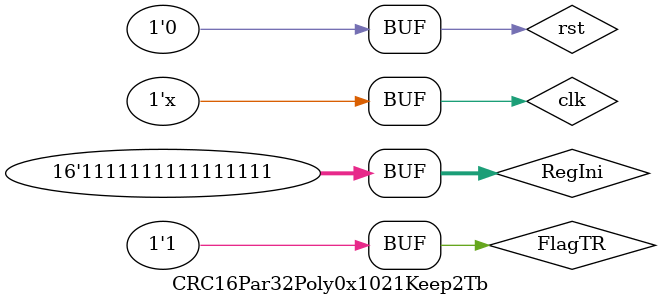
<source format=v>
`timescale 1ns / 1ps

module CRC16Par32Poly0x1021Keep2Tb();

parameter RESET_PERIOD 		= 200;
parameter CLKIN_PERIOD      = 2;	// Input Clock Period


reg clk;
reg rst;

reg			FlagTR;
reg [15:0]	RegIni;
// 时钟生成
initial begin
    clk = 1'b0;
    rst = 1'b1;
	FlagTR = 1'b1;
	RegIni = 16'hFFFF;
	#RESET_PERIOD
	rst = 1'b0;
end

always begin
	clk = #(CLKIN_PERIOD/2) ~clk;
end

	// input	wire			clk					,
	// input	wire			Rst					,
	// input	wire			FlagTR				,	// 1 为发送校验		0 为接收校验
	// input	wire			SyncIn				,	// 输入 211 时对应 211.5 Byte		输入 216 时对应 216.5 Byte
	// input	wire			DinNd				,
	// input	wire	[31:0]	Din					,
	// input	wire	[15:0]	RegIni				,
	// // 接收校验
	// output	reg				CheckSync	= 1'd0	,	// 此信号拉高对 CheckCRC 进行01检测
	// output	reg				CheckCRC	= 1'd0	,	// 接收CRC校验是否正确， 1 正确		0 不正确
	// // 发送校验
	// output	reg				SyncOut		= 1'd0	,	// 收发标志不同
	// output	reg				DoutNd		= 1'd0	,
	// output	reg		[31:0]	Dout		= 32'd0	,
	// output	wire	[15:0]	CRCout

reg		[31:0]		count		= 'd0	;
reg		[31:0]		DataLen		= 'd0	;
wire				SyncIn			;
reg					DinNd		= 'd0	;
reg		[31:0]		Din			= 'd0	;
// wire	[31:0]		DinPlusOne		;
wire	[31:0]		crcDin			;
reg		[03:0]		DinKeep			= 'd0	;
reg					DinLast			= 'd0	;


localparam cnt_FixLength = 5; // DinNd拉高的时钟周期数 250	250*（250+100）*6.4G = 4.57G
localparam cnt_GapLength = 5;  // DinNd拉低的时钟周期数 30	
localparam keep_LastclkByte = 15;// 8 c e f // 8 12 14 15 // Keep1 Keep2 Keep3 Keep4
localparam cnt_LastclkByte = 4 - $clog2(16-keep_LastclkByte);// 1 2 3 4  
localparam cnt_FixLengthByte = cnt_FixLength * 4 - 4 + cnt_LastclkByte;

wire			CheckSync	;	// 此信号拉高对 CheckCRC 进行01检测
wire			CheckCRC	;	// 接收CRC校验是否正确， 1 正确		0 不正确
wire			SyncOut		;	// 收发标志不同
wire			DoutNd		;
wire	[31:0]	Dout		;
wire	[03:0]	DoutKeep	;
wire			DoutLast	;
wire	[15:0]	CRCout		;

// assign DinPlusOne = Din + 'd1;
assign crcDin = (1 < count && count < cnt_FixLength + 'd1) ? Din : 
					(count == cnt_FixLength + 'd1) ? {Din[31-:cnt_LastclkByte*8], {((4-cnt_LastclkByte)*8){1'b0}}} : 'd0;
always @(posedge clk ) begin
	if( rst ) begin
		count           <= 'd0;
		DataLen         <= 'd0;
		Din     <= 'h12345678;
		DinKeep     <= 'd0;
		DinNd    <= 'd0;
		DinLast     <= 'd0;
	end else begin
		count           <= count == (cnt_FixLength + cnt_GapLength - 'd1) ? 'd0 : count + 1;
		DataLen         <= cnt_FixLengthByte;
		Din     <=	count == (cnt_FixLength + cnt_GapLength - 'd1) ? 'h12345678 : Din + 1;

		if(0 < count && count < (cnt_FixLength)) DinKeep <= 'hf;
		else if(count == cnt_FixLength) DinKeep <= keep_LastclkByte;
		else  DinKeep <= 'd0;

		DinNd    <=(0 < count && count <= cnt_FixLength)? 'b1 : 'b0;
		DinLast     <= count == cnt_FixLength ? 'b1 : 'b0;
	end
end
assign SyncIn = count == 'd1 ? 'b1 : 'b0;
// 实例化被测模块
generate
	if(cnt_LastclkByte == 1)begin : Tx_crcKeep1
		CRC16Par32Poly0x1021Keep1 Tx_crcKeep1 (
			.clk        (clk                            	),
			.Rst        (rst                            	),
			.FlagTR     (FlagTR                         	),
			.SyncIn     (SyncIn                         	),
			.DinNd      (DinNd                          	),
			.Din        (crcDin                         	),
			.DinKeep    (DinKeep                        	),
			.DinLast    (DinLast                        	),
			.RegIni     (RegIni                         	),
			.CheckSync  (CheckSync                      	),
			.CheckCRC   (CheckCRC                       	),
			.SyncOut    (SyncOut                        	),
			.DoutNd     (DoutNd                         	),
			.Dout       (Dout                           	),
			.DoutKeep   (DoutKeep                       	),
			.DoutLast   (DoutLast                       	),
			.CRCout     (CRCout                         	)
		);
	end
	else if(cnt_LastclkByte == 2)begin : Tx_crcKeep2
		CRC16Par32Poly0x1021Keep2 Tx_crcKeep2 (
			.clk        (clk                            	),
			.Rst        (rst                            	),
			.FlagTR     (FlagTR                         	),
			.SyncIn     (SyncIn                         	),
			.DinNd      (DinNd                          	),
			.Din        (crcDin                         	),
			.DinKeep    (DinKeep                        	),
			.DinLast    (DinLast                        	),
			.RegIni     (RegIni                         	),
			.CheckSync  (CheckSync                      	),
			.CheckCRC   (CheckCRC                       	),
			.SyncOut    (SyncOut                        	),
			.DoutNd     (DoutNd                         	),
			.Dout       (Dout                           	),
			.DoutKeep   (DoutKeep                       	),
			.DoutLast   (DoutLast                       	),
			.CRCout     (CRCout                         	)
		);
	end
	else if (cnt_LastclkByte == 3)begin : Tx_crcKeep3
		CRC16Par32Poly0x1021Keep3 Tx_crcKeep3 (
			.clk        (clk                            	),
			.Rst        (rst                            	),
			.FlagTR     (FlagTR                         	),
			.SyncIn     (SyncIn                         	),
			.DinNd      (DinNd                          	),
			.Din        (crcDin                         	),
			.DinKeep    (DinKeep                        	),
			.DinLast    (DinLast                        	),
			.RegIni     (RegIni                         	),
			.CheckSync  (CheckSync                      	),
			.CheckCRC   (CheckCRC                       	),
			.SyncOut    (SyncOut                        	),
			.DoutNd     (DoutNd                         	),
			.Dout       (Dout                           	),
			.DoutKeep   (DoutKeep                       	),
			.DoutLast   (DoutLast                       	),
			.CRCout     (CRCout                         	)
		);
	end
	else begin : Tx_crcKeep4
		CRC16Par32Poly0x1021Keep4 Tx_crcKeep4 (
			.clk        (clk                            	),
			.Rst        (rst                            	),
			.FlagTR     (FlagTR                         	),
			.SyncIn     (SyncIn                         	),
			.DinNd      (DinNd                          	),
			.Din        (crcDin                         	),
			.DinKeep    (DinKeep                        	),
			.DinLast    (DinLast                        	),
			.RegIni     (RegIni                         	),
			.CheckSync  (CheckSync                      	),
			.CheckCRC   (CheckCRC                       	),
			.SyncOut    (SyncOut                        	),
			.DoutNd     (DoutNd                         	),
			.Dout       (Dout                           	),
			.DoutKeep   (DoutKeep                       	),
			.DoutLast   (DoutLast                       	),
			.CRCout     (CRCout                         	)
		);
	end
endgenerate

wire				Rx_CheckSync	;                      		
wire				Rx_CheckCRC		;                      		
wire				Rx_SyncOut		;                      		
wire				Rx_DoutNd		;                      		
wire		[31:0]	Rx_Dout			;                      		
wire		[03:0]	Rx_DoutKeep		;                       		
wire				Rx_DoutLast		;                       		
wire		[15:0]	Rx_CRCout		;                       		

generate
	if(cnt_LastclkByte == 1)begin : Rx_crcKeep1
		CRC16Par32Poly0x1021Keep1 Rx_crcKeep1 (
			.clk        (clk                            		),
			.Rst        (rst                            		),
			.FlagTR     (!FlagTR                         		), // 接收为0
			.SyncIn     (SyncOut                        		),
			.DinNd      (DoutNd                         		),
			.Din        (Dout                           		),
			.DinKeep    (DoutKeep                       		), 
			.DinLast    (DoutLast                       		), 
			.RegIni     (RegIni                         		),
			.CheckSync  (Rx_CheckSync							),
			.CheckCRC   (Rx_CheckCRC							),
			.SyncOut    (Rx_SyncOut								),
			.DoutNd     (Rx_DoutNd								),
			.Dout       (Rx_Dout								),
			.DoutKeep   (Rx_DoutKeep							),
			.DoutLast   (Rx_DoutLast							),
			.CRCout     (Rx_CRCout								)
		);
	end
	else if(cnt_LastclkByte == 2)begin : Rx_crcKeep2
		CRC16Par32Poly0x1021Keep2 Rx_crcKeep2 (
			.clk        (clk                            		),
			.Rst        (rst                            		),
			.FlagTR     (!FlagTR                         		), // 接收为0
			.SyncIn     (SyncOut                        		),
			.DinNd      (DoutNd                         		),
			.Din        (Dout                           		),
			.DinKeep    (DoutKeep                       		), 
			.DinLast    (DoutLast                       		), 
			.RegIni     (RegIni                         		),
			.CheckSync  (Rx_CheckSync							),
			.CheckCRC   (Rx_CheckCRC							),
			.SyncOut    (Rx_SyncOut								),
			.DoutNd     (Rx_DoutNd								),
			.Dout       (Rx_Dout								),
			.DoutKeep   (Rx_DoutKeep							),
			.DoutLast   (Rx_DoutLast							),
			.CRCout     (Rx_CRCout								)
		);

	end
	else if (cnt_LastclkByte == 3)begin : Rx_crcKeep3
		CRC16Par32Poly0x1021Keep3 Rx_crcKeep3 (
			.clk        (clk                            		),
			.Rst        (rst                            		),
			.FlagTR     (!FlagTR                         		), // 接收为0
			.SyncIn     (SyncOut                        		),
			.DinNd      (DoutNd                         		),
			.Din        (Dout                           		),
			.DinKeep    (DoutKeep                       		), 
			.DinLast    (DoutLast                       		), 
			.RegIni     (RegIni                         		),
			.CheckSync  (Rx_CheckSync							),
			.CheckCRC   (Rx_CheckCRC							),
			.SyncOut    (Rx_SyncOut								),
			.DoutNd     (Rx_DoutNd								),
			.Dout       (Rx_Dout								),
			.DoutKeep   (Rx_DoutKeep							),
			.DoutLast   (Rx_DoutLast							),
			.CRCout     (Rx_CRCout								)
		);
	end
	else begin : Rx_crcKeep4	
		CRC16Par32Poly0x1021Keep4 Rx_crcKeep4 (
			.clk        (clk                            		),
			.Rst        (rst                            		),
			.FlagTR     (!FlagTR                         		), // 接收为0
			.SyncIn     (SyncOut                        		),
			.DinNd      (DoutNd                         		),
			.Din        (Dout                           		),
			.DinKeep    (DoutKeep                       		), 
			.DinLast    (DoutLast                       		), 
			.RegIni     (RegIni                         		),
			.CheckSync  (Rx_CheckSync							),
			.CheckCRC   (Rx_CheckCRC							),
			.SyncOut    (Rx_SyncOut								),
			.DoutNd     (Rx_DoutNd								),
			.Dout       (Rx_Dout								),
			.DoutKeep   (Rx_DoutKeep							),
			.DoutLast   (Rx_DoutLast							),
			.CRCout     (Rx_CRCout								)
		);
	end
endgenerate





// 监控输出
initial begin
    $monitor("Time=%0t rst=%b flag_tr=%b check_crc=%b crc_out=%h", 
            $time, rst, FlagTR, CheckCRC, CRCout);
end

endmodule


</source>
